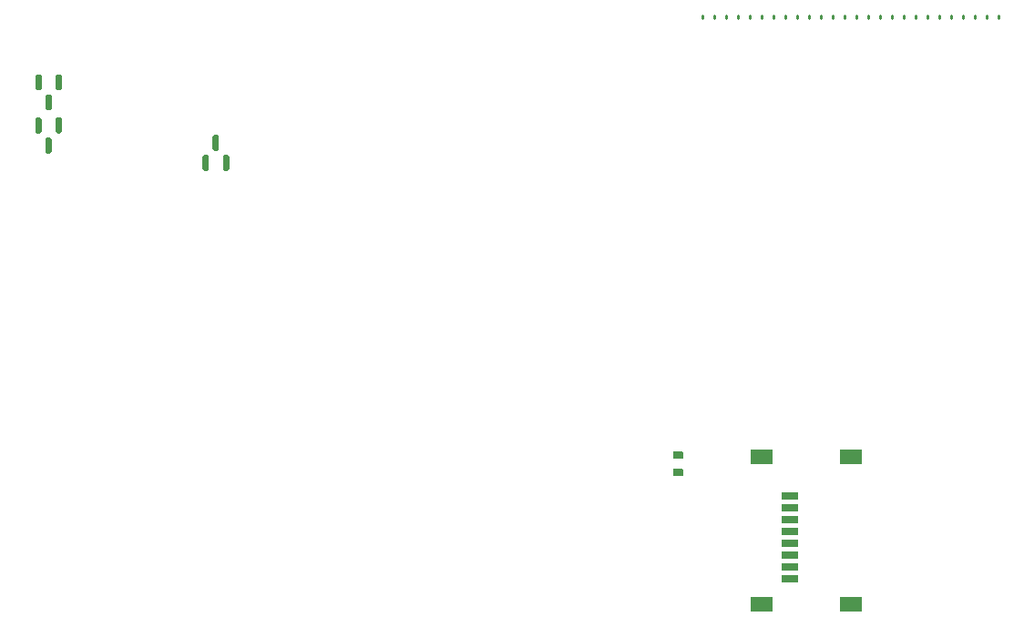
<source format=gbp>
G04 #@! TF.GenerationSoftware,KiCad,Pcbnew,(6.0.9)*
G04 #@! TF.CreationDate,2023-02-02T23:56:35+03:00*
G04 #@! TF.ProjectId,alphax_4ch,616c7068-6178-45f3-9463-682e6b696361,a*
G04 #@! TF.SameCoordinates,PX141f5e0PYa2cace0*
G04 #@! TF.FileFunction,Paste,Bot*
G04 #@! TF.FilePolarity,Positive*
%FSLAX46Y46*%
G04 Gerber Fmt 4.6, Leading zero omitted, Abs format (unit mm)*
G04 Created by KiCad (PCBNEW (6.0.9)) date 2023-02-02 23:56:35*
%MOMM*%
%LPD*%
G01*
G04 APERTURE LIST*
%ADD10R,1.500000X0.800000*%
%ADD11R,2.000000X1.450000*%
G04 APERTURE END LIST*
G04 #@! TO.C,M5*
G36*
G01*
X90070000Y55727684D02*
X90070000Y55977684D01*
G75*
G02*
X90195000Y56102684I125000J0D01*
G01*
X90195000Y56102684D01*
G75*
G02*
X90320000Y55977684I0J-125000D01*
G01*
X90320000Y55727684D01*
G75*
G02*
X90195000Y55602684I-125000J0D01*
G01*
X90195000Y55602684D01*
G75*
G02*
X90070000Y55727684I0J125000D01*
G01*
G37*
G36*
G01*
X89219996Y55977684D02*
X89219996Y55727684D01*
G75*
G02*
X89094996Y55602684I-125000J0D01*
G01*
X89094996Y55602684D01*
G75*
G02*
X88969996Y55727684I0J125000D01*
G01*
X88969996Y55977684D01*
G75*
G02*
X89094996Y56102684I125000J0D01*
G01*
X89094996Y56102684D01*
G75*
G02*
X89219996Y55977684I0J-125000D01*
G01*
G37*
G36*
G01*
X88119995Y55977684D02*
X88119995Y55727684D01*
G75*
G02*
X87994995Y55602684I-125000J0D01*
G01*
X87994995Y55602684D01*
G75*
G02*
X87869995Y55727684I0J125000D01*
G01*
X87869995Y55977684D01*
G75*
G02*
X87994995Y56102684I125000J0D01*
G01*
X87994995Y56102684D01*
G75*
G02*
X88119995Y55977684I0J-125000D01*
G01*
G37*
G36*
G01*
X87019998Y55977684D02*
X87019998Y55727684D01*
G75*
G02*
X86894998Y55602684I-125000J0D01*
G01*
X86894998Y55602684D01*
G75*
G02*
X86769998Y55727684I0J125000D01*
G01*
X86769998Y55977684D01*
G75*
G02*
X86894998Y56102684I125000J0D01*
G01*
X86894998Y56102684D01*
G75*
G02*
X87019998Y55977684I0J-125000D01*
G01*
G37*
G36*
G01*
X85920000Y55977684D02*
X85920000Y55727684D01*
G75*
G02*
X85795000Y55602684I-125000J0D01*
G01*
X85795000Y55602684D01*
G75*
G02*
X85670000Y55727684I0J125000D01*
G01*
X85670000Y55977684D01*
G75*
G02*
X85795000Y56102684I125000J0D01*
G01*
X85795000Y56102684D01*
G75*
G02*
X85920000Y55977684I0J-125000D01*
G01*
G37*
G36*
G01*
X84820002Y55977684D02*
X84820002Y55727684D01*
G75*
G02*
X84695002Y55602684I-125000J0D01*
G01*
X84695002Y55602684D01*
G75*
G02*
X84570002Y55727684I0J125000D01*
G01*
X84570002Y55977684D01*
G75*
G02*
X84695002Y56102684I125000J0D01*
G01*
X84695002Y56102684D01*
G75*
G02*
X84820002Y55977684I0J-125000D01*
G01*
G37*
G36*
G01*
X83720004Y55977684D02*
X83720004Y55727684D01*
G75*
G02*
X83595004Y55602684I-125000J0D01*
G01*
X83595004Y55602684D01*
G75*
G02*
X83470004Y55727684I0J125000D01*
G01*
X83470004Y55977684D01*
G75*
G02*
X83595004Y56102684I125000J0D01*
G01*
X83595004Y56102684D01*
G75*
G02*
X83720004Y55977684I0J-125000D01*
G01*
G37*
G36*
G01*
X82620006Y55977684D02*
X82620006Y55727684D01*
G75*
G02*
X82495006Y55602684I-125000J0D01*
G01*
X82495006Y55602684D01*
G75*
G02*
X82370006Y55727684I0J125000D01*
G01*
X82370006Y55977684D01*
G75*
G02*
X82495006Y56102684I125000J0D01*
G01*
X82495006Y56102684D01*
G75*
G02*
X82620006Y55977684I0J-125000D01*
G01*
G37*
G36*
G01*
X81520009Y55977684D02*
X81520009Y55727684D01*
G75*
G02*
X81395009Y55602684I-125000J0D01*
G01*
X81395009Y55602684D01*
G75*
G02*
X81270009Y55727684I0J125000D01*
G01*
X81270009Y55977684D01*
G75*
G02*
X81395009Y56102684I125000J0D01*
G01*
X81395009Y56102684D01*
G75*
G02*
X81520009Y55977684I0J-125000D01*
G01*
G37*
G36*
G01*
X80420011Y55977684D02*
X80420011Y55727684D01*
G75*
G02*
X80295011Y55602684I-125000J0D01*
G01*
X80295011Y55602684D01*
G75*
G02*
X80170011Y55727684I0J125000D01*
G01*
X80170011Y55977684D01*
G75*
G02*
X80295011Y56102684I125000J0D01*
G01*
X80295011Y56102684D01*
G75*
G02*
X80420011Y55977684I0J-125000D01*
G01*
G37*
G36*
G01*
X79320013Y55977684D02*
X79320013Y55727684D01*
G75*
G02*
X79195013Y55602684I-125000J0D01*
G01*
X79195013Y55602684D01*
G75*
G02*
X79070013Y55727684I0J125000D01*
G01*
X79070013Y55977684D01*
G75*
G02*
X79195013Y56102684I125000J0D01*
G01*
X79195013Y56102684D01*
G75*
G02*
X79320013Y55977684I0J-125000D01*
G01*
G37*
G36*
G01*
X78220015Y55977684D02*
X78220015Y55727684D01*
G75*
G02*
X78095015Y55602684I-125000J0D01*
G01*
X78095015Y55602684D01*
G75*
G02*
X77970015Y55727684I0J125000D01*
G01*
X77970015Y55977684D01*
G75*
G02*
X78095015Y56102684I125000J0D01*
G01*
X78095015Y56102684D01*
G75*
G02*
X78220015Y55977684I0J-125000D01*
G01*
G37*
G36*
G01*
X77120017Y55977684D02*
X77120017Y55727684D01*
G75*
G02*
X76995017Y55602684I-125000J0D01*
G01*
X76995017Y55602684D01*
G75*
G02*
X76870017Y55727684I0J125000D01*
G01*
X76870017Y55977684D01*
G75*
G02*
X76995017Y56102684I125000J0D01*
G01*
X76995017Y56102684D01*
G75*
G02*
X77120017Y55977684I0J-125000D01*
G01*
G37*
G36*
G01*
X76020020Y55977684D02*
X76020020Y55727684D01*
G75*
G02*
X75895020Y55602684I-125000J0D01*
G01*
X75895020Y55602684D01*
G75*
G02*
X75770020Y55727684I0J125000D01*
G01*
X75770020Y55977684D01*
G75*
G02*
X75895020Y56102684I125000J0D01*
G01*
X75895020Y56102684D01*
G75*
G02*
X76020020Y55977684I0J-125000D01*
G01*
G37*
G36*
G01*
X74920022Y55977684D02*
X74920022Y55727684D01*
G75*
G02*
X74795022Y55602684I-125000J0D01*
G01*
X74795022Y55602684D01*
G75*
G02*
X74670022Y55727684I0J125000D01*
G01*
X74670022Y55977684D01*
G75*
G02*
X74795022Y56102684I125000J0D01*
G01*
X74795022Y56102684D01*
G75*
G02*
X74920022Y55977684I0J-125000D01*
G01*
G37*
G36*
G01*
X73820024Y55977684D02*
X73820024Y55727684D01*
G75*
G02*
X73695024Y55602684I-125000J0D01*
G01*
X73695024Y55602684D01*
G75*
G02*
X73570024Y55727684I0J125000D01*
G01*
X73570024Y55977684D01*
G75*
G02*
X73695024Y56102684I125000J0D01*
G01*
X73695024Y56102684D01*
G75*
G02*
X73820024Y55977684I0J-125000D01*
G01*
G37*
G36*
G01*
X72720026Y55977684D02*
X72720026Y55727684D01*
G75*
G02*
X72595026Y55602684I-125000J0D01*
G01*
X72595026Y55602684D01*
G75*
G02*
X72470026Y55727684I0J125000D01*
G01*
X72470026Y55977684D01*
G75*
G02*
X72595026Y56102684I125000J0D01*
G01*
X72595026Y56102684D01*
G75*
G02*
X72720026Y55977684I0J-125000D01*
G01*
G37*
G36*
G01*
X71620028Y55977684D02*
X71620028Y55727684D01*
G75*
G02*
X71495028Y55602684I-125000J0D01*
G01*
X71495028Y55602684D01*
G75*
G02*
X71370028Y55727684I0J125000D01*
G01*
X71370028Y55977684D01*
G75*
G02*
X71495028Y56102684I125000J0D01*
G01*
X71495028Y56102684D01*
G75*
G02*
X71620028Y55977684I0J-125000D01*
G01*
G37*
G36*
G01*
X70520031Y55977684D02*
X70520031Y55727684D01*
G75*
G02*
X70395031Y55602684I-125000J0D01*
G01*
X70395031Y55602684D01*
G75*
G02*
X70270031Y55727684I0J125000D01*
G01*
X70270031Y55977684D01*
G75*
G02*
X70395031Y56102684I125000J0D01*
G01*
X70395031Y56102684D01*
G75*
G02*
X70520031Y55977684I0J-125000D01*
G01*
G37*
G36*
G01*
X69420033Y55977684D02*
X69420033Y55727684D01*
G75*
G02*
X69295033Y55602684I-125000J0D01*
G01*
X69295033Y55602684D01*
G75*
G02*
X69170033Y55727684I0J125000D01*
G01*
X69170033Y55977684D01*
G75*
G02*
X69295033Y56102684I125000J0D01*
G01*
X69295033Y56102684D01*
G75*
G02*
X69420033Y55977684I0J-125000D01*
G01*
G37*
G36*
G01*
X68320035Y55977684D02*
X68320035Y55727684D01*
G75*
G02*
X68195035Y55602684I-125000J0D01*
G01*
X68195035Y55602684D01*
G75*
G02*
X68070035Y55727684I0J125000D01*
G01*
X68070035Y55977684D01*
G75*
G02*
X68195035Y56102684I125000J0D01*
G01*
X68195035Y56102684D01*
G75*
G02*
X68320035Y55977684I0J-125000D01*
G01*
G37*
G36*
G01*
X67220037Y55977684D02*
X67220037Y55727684D01*
G75*
G02*
X67095037Y55602684I-125000J0D01*
G01*
X67095037Y55602684D01*
G75*
G02*
X66970037Y55727684I0J125000D01*
G01*
X66970037Y55977684D01*
G75*
G02*
X67095037Y56102684I125000J0D01*
G01*
X67095037Y56102684D01*
G75*
G02*
X67220037Y55977684I0J-125000D01*
G01*
G37*
G36*
G01*
X66120039Y55977684D02*
X66120039Y55727684D01*
G75*
G02*
X65995039Y55602684I-125000J0D01*
G01*
X65995039Y55602684D01*
G75*
G02*
X65870039Y55727684I0J125000D01*
G01*
X65870039Y55977684D01*
G75*
G02*
X65995039Y56102684I125000J0D01*
G01*
X65995039Y56102684D01*
G75*
G02*
X66120039Y55977684I0J-125000D01*
G01*
G37*
G36*
G01*
X65020042Y55977684D02*
X65020042Y55727684D01*
G75*
G02*
X64895042Y55602684I-125000J0D01*
G01*
X64895042Y55602684D01*
G75*
G02*
X64770042Y55727684I0J125000D01*
G01*
X64770042Y55977684D01*
G75*
G02*
X64895042Y56102684I125000J0D01*
G01*
X64895042Y56102684D01*
G75*
G02*
X65020042Y55977684I0J-125000D01*
G01*
G37*
G36*
G01*
X63920044Y55977684D02*
X63920044Y55727684D01*
G75*
G02*
X63795044Y55602684I-125000J0D01*
G01*
X63795044Y55602684D01*
G75*
G02*
X63670044Y55727684I0J125000D01*
G01*
X63670044Y55977684D01*
G75*
G02*
X63795044Y56102684I125000J0D01*
G01*
X63795044Y56102684D01*
G75*
G02*
X63920044Y55977684I0J-125000D01*
G01*
G37*
G36*
G01*
X62820046Y55977684D02*
X62820046Y55727684D01*
G75*
G02*
X62695046Y55602684I-125000J0D01*
G01*
X62695046Y55602684D01*
G75*
G02*
X62570046Y55727684I0J125000D01*
G01*
X62570046Y55977684D01*
G75*
G02*
X62695046Y56102684I125000J0D01*
G01*
X62695046Y56102684D01*
G75*
G02*
X62820046Y55977684I0J-125000D01*
G01*
G37*
G04 #@! TD*
G04 #@! TO.C,R96*
G36*
G01*
X60780000Y13150000D02*
X60000000Y13150000D01*
G75*
G02*
X59930000Y13220000I0J70000D01*
G01*
X59930000Y13780000D01*
G75*
G02*
X60000000Y13850000I70000J0D01*
G01*
X60780000Y13850000D01*
G75*
G02*
X60850000Y13780000I0J-70000D01*
G01*
X60850000Y13220000D01*
G75*
G02*
X60780000Y13150000I-70000J0D01*
G01*
G37*
G36*
G01*
X60780000Y14750000D02*
X60000000Y14750000D01*
G75*
G02*
X59930000Y14820000I0J70000D01*
G01*
X59930000Y15380000D01*
G75*
G02*
X60000000Y15450000I70000J0D01*
G01*
X60780000Y15450000D01*
G75*
G02*
X60850000Y15380000I0J-70000D01*
G01*
X60850000Y14820000D01*
G75*
G02*
X60780000Y14750000I-70000J0D01*
G01*
G37*
G04 #@! TD*
G04 #@! TO.C,D58*
G36*
G01*
X790000Y50525000D02*
X1090000Y50525000D01*
G75*
G02*
X1240000Y50375000I0J-150000D01*
G01*
X1240000Y49200000D01*
G75*
G02*
X1090000Y49050000I-150000J0D01*
G01*
X790000Y49050000D01*
G75*
G02*
X640000Y49200000I0J150000D01*
G01*
X640000Y50375000D01*
G75*
G02*
X790000Y50525000I150000J0D01*
G01*
G37*
G36*
G01*
X2690000Y50525000D02*
X2990000Y50525000D01*
G75*
G02*
X3140000Y50375000I0J-150000D01*
G01*
X3140000Y49200000D01*
G75*
G02*
X2990000Y49050000I-150000J0D01*
G01*
X2690000Y49050000D01*
G75*
G02*
X2540000Y49200000I0J150000D01*
G01*
X2540000Y50375000D01*
G75*
G02*
X2690000Y50525000I150000J0D01*
G01*
G37*
G36*
G01*
X1740000Y48650000D02*
X2040000Y48650000D01*
G75*
G02*
X2190000Y48500000I0J-150000D01*
G01*
X2190000Y47325000D01*
G75*
G02*
X2040000Y47175000I-150000J0D01*
G01*
X1740000Y47175000D01*
G75*
G02*
X1590000Y47325000I0J150000D01*
G01*
X1590000Y48500000D01*
G75*
G02*
X1740000Y48650000I150000J0D01*
G01*
G37*
G04 #@! TD*
D10*
G04 #@! TO.C,J9*
X70770000Y11310000D03*
X70770000Y10210000D03*
X70770000Y9110000D03*
X70770000Y8010000D03*
X70770000Y6910000D03*
X70770000Y5810000D03*
X70770000Y4710000D03*
X70770000Y3610000D03*
D11*
X68170000Y14985000D03*
X68170000Y1235000D03*
X76470000Y1235000D03*
X76470000Y14985000D03*
G04 #@! TD*
G04 #@! TO.C,D57*
G36*
G01*
X790000Y46525000D02*
X1090000Y46525000D01*
G75*
G02*
X1240000Y46375000I0J-150000D01*
G01*
X1240000Y45200000D01*
G75*
G02*
X1090000Y45050000I-150000J0D01*
G01*
X790000Y45050000D01*
G75*
G02*
X640000Y45200000I0J150000D01*
G01*
X640000Y46375000D01*
G75*
G02*
X790000Y46525000I150000J0D01*
G01*
G37*
G36*
G01*
X2690000Y46525000D02*
X2990000Y46525000D01*
G75*
G02*
X3140000Y46375000I0J-150000D01*
G01*
X3140000Y45200000D01*
G75*
G02*
X2990000Y45050000I-150000J0D01*
G01*
X2690000Y45050000D01*
G75*
G02*
X2540000Y45200000I0J150000D01*
G01*
X2540000Y46375000D01*
G75*
G02*
X2690000Y46525000I150000J0D01*
G01*
G37*
G36*
G01*
X1740000Y44650000D02*
X2040000Y44650000D01*
G75*
G02*
X2190000Y44500000I0J-150000D01*
G01*
X2190000Y43325000D01*
G75*
G02*
X2040000Y43175000I-150000J0D01*
G01*
X1740000Y43175000D01*
G75*
G02*
X1590000Y43325000I0J150000D01*
G01*
X1590000Y44500000D01*
G75*
G02*
X1740000Y44650000I150000J0D01*
G01*
G37*
G04 #@! TD*
G04 #@! TO.C,D59*
G36*
G01*
X18530000Y41565000D02*
X18230000Y41565000D01*
G75*
G02*
X18080000Y41715000I0J150000D01*
G01*
X18080000Y42890000D01*
G75*
G02*
X18230000Y43040000I150000J0D01*
G01*
X18530000Y43040000D01*
G75*
G02*
X18680000Y42890000I0J-150000D01*
G01*
X18680000Y41715000D01*
G75*
G02*
X18530000Y41565000I-150000J0D01*
G01*
G37*
G36*
G01*
X16630000Y41565000D02*
X16330000Y41565000D01*
G75*
G02*
X16180000Y41715000I0J150000D01*
G01*
X16180000Y42890000D01*
G75*
G02*
X16330000Y43040000I150000J0D01*
G01*
X16630000Y43040000D01*
G75*
G02*
X16780000Y42890000I0J-150000D01*
G01*
X16780000Y41715000D01*
G75*
G02*
X16630000Y41565000I-150000J0D01*
G01*
G37*
G36*
G01*
X17580000Y43440000D02*
X17280000Y43440000D01*
G75*
G02*
X17130000Y43590000I0J150000D01*
G01*
X17130000Y44765000D01*
G75*
G02*
X17280000Y44915000I150000J0D01*
G01*
X17580000Y44915000D01*
G75*
G02*
X17730000Y44765000I0J-150000D01*
G01*
X17730000Y43590000D01*
G75*
G02*
X17580000Y43440000I-150000J0D01*
G01*
G37*
G04 #@! TD*
M02*

</source>
